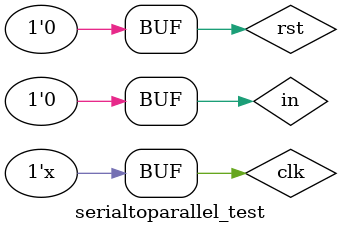
<source format=v>

module serialtoparallel_test();
 
 reg in;
 reg rst,clk;
 
 wire [7:0]out;
 
 initial clk=0;
 always #5 clk = ~clk;
 
 serialtoparallel test(.out(out),.in(in),.rst(rst),.clk(clk));
 
 initial begin
 
 
 rst = 1;
 #30;
 rst =0;
 in=1;#10;
 in=0;#10;
 in=1;#10;
 in=0;#10;
 in=1;#10;
 in=0;#10;
 in=1;#10;
  in=0;#10;
 
 
 end
 
 endmodule

</source>
